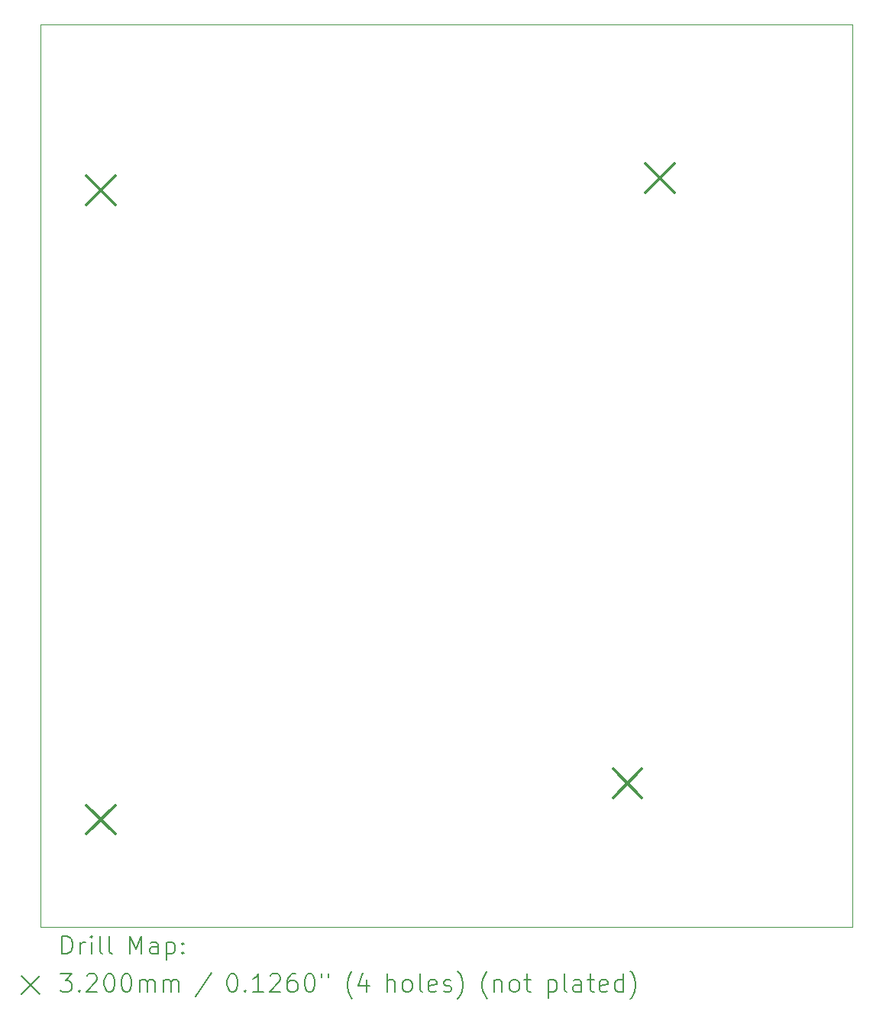
<source format=gbr>
%TF.GenerationSoftware,KiCad,Pcbnew,(7.0.0)*%
%TF.CreationDate,2023-03-16T01:18:49+05:30*%
%TF.ProjectId,final_year v1.0,66696e61-6c5f-4796-9561-722076312e30,rev?*%
%TF.SameCoordinates,Original*%
%TF.FileFunction,Drillmap*%
%TF.FilePolarity,Positive*%
%FSLAX45Y45*%
G04 Gerber Fmt 4.5, Leading zero omitted, Abs format (unit mm)*
G04 Created by KiCad (PCBNEW (7.0.0)) date 2023-03-16 01:18:49*
%MOMM*%
%LPD*%
G01*
G04 APERTURE LIST*
%ADD10C,0.100000*%
%ADD11C,0.200000*%
%ADD12C,0.320000*%
G04 APERTURE END LIST*
D10*
X1206500Y-1206500D02*
X10206500Y-1206500D01*
X10206500Y-1206500D02*
X10206500Y-11206500D01*
X10206500Y-11206500D02*
X1206500Y-11206500D01*
X1206500Y-11206500D02*
X1206500Y-1206500D01*
D11*
D12*
X1716500Y-2886500D02*
X2036500Y-3206500D01*
X2036500Y-2886500D02*
X1716500Y-3206500D01*
X1716500Y-9856500D02*
X2036500Y-10176500D01*
X2036500Y-9856500D02*
X1716500Y-10176500D01*
X7556500Y-9456500D02*
X7876500Y-9776500D01*
X7876500Y-9456500D02*
X7556500Y-9776500D01*
X7916500Y-2746500D02*
X8236500Y-3066500D01*
X8236500Y-2746500D02*
X7916500Y-3066500D01*
D11*
X1449119Y-11504976D02*
X1449119Y-11304976D01*
X1449119Y-11304976D02*
X1496738Y-11304976D01*
X1496738Y-11304976D02*
X1525309Y-11314500D01*
X1525309Y-11314500D02*
X1544357Y-11333548D01*
X1544357Y-11333548D02*
X1553881Y-11352595D01*
X1553881Y-11352595D02*
X1563405Y-11390690D01*
X1563405Y-11390690D02*
X1563405Y-11419262D01*
X1563405Y-11419262D02*
X1553881Y-11457357D01*
X1553881Y-11457357D02*
X1544357Y-11476405D01*
X1544357Y-11476405D02*
X1525309Y-11495452D01*
X1525309Y-11495452D02*
X1496738Y-11504976D01*
X1496738Y-11504976D02*
X1449119Y-11504976D01*
X1649119Y-11504976D02*
X1649119Y-11371643D01*
X1649119Y-11409738D02*
X1658643Y-11390690D01*
X1658643Y-11390690D02*
X1668167Y-11381167D01*
X1668167Y-11381167D02*
X1687214Y-11371643D01*
X1687214Y-11371643D02*
X1706262Y-11371643D01*
X1772928Y-11504976D02*
X1772928Y-11371643D01*
X1772928Y-11304976D02*
X1763405Y-11314500D01*
X1763405Y-11314500D02*
X1772928Y-11324024D01*
X1772928Y-11324024D02*
X1782452Y-11314500D01*
X1782452Y-11314500D02*
X1772928Y-11304976D01*
X1772928Y-11304976D02*
X1772928Y-11324024D01*
X1896738Y-11504976D02*
X1877690Y-11495452D01*
X1877690Y-11495452D02*
X1868167Y-11476405D01*
X1868167Y-11476405D02*
X1868167Y-11304976D01*
X2001500Y-11504976D02*
X1982452Y-11495452D01*
X1982452Y-11495452D02*
X1972928Y-11476405D01*
X1972928Y-11476405D02*
X1972928Y-11304976D01*
X2197690Y-11504976D02*
X2197690Y-11304976D01*
X2197690Y-11304976D02*
X2264357Y-11447833D01*
X2264357Y-11447833D02*
X2331024Y-11304976D01*
X2331024Y-11304976D02*
X2331024Y-11504976D01*
X2511976Y-11504976D02*
X2511976Y-11400214D01*
X2511976Y-11400214D02*
X2502452Y-11381167D01*
X2502452Y-11381167D02*
X2483405Y-11371643D01*
X2483405Y-11371643D02*
X2445309Y-11371643D01*
X2445309Y-11371643D02*
X2426262Y-11381167D01*
X2511976Y-11495452D02*
X2492929Y-11504976D01*
X2492929Y-11504976D02*
X2445309Y-11504976D01*
X2445309Y-11504976D02*
X2426262Y-11495452D01*
X2426262Y-11495452D02*
X2416738Y-11476405D01*
X2416738Y-11476405D02*
X2416738Y-11457357D01*
X2416738Y-11457357D02*
X2426262Y-11438309D01*
X2426262Y-11438309D02*
X2445309Y-11428786D01*
X2445309Y-11428786D02*
X2492929Y-11428786D01*
X2492929Y-11428786D02*
X2511976Y-11419262D01*
X2607214Y-11371643D02*
X2607214Y-11571643D01*
X2607214Y-11381167D02*
X2626262Y-11371643D01*
X2626262Y-11371643D02*
X2664357Y-11371643D01*
X2664357Y-11371643D02*
X2683405Y-11381167D01*
X2683405Y-11381167D02*
X2692929Y-11390690D01*
X2692929Y-11390690D02*
X2702452Y-11409738D01*
X2702452Y-11409738D02*
X2702452Y-11466881D01*
X2702452Y-11466881D02*
X2692929Y-11485928D01*
X2692929Y-11485928D02*
X2683405Y-11495452D01*
X2683405Y-11495452D02*
X2664357Y-11504976D01*
X2664357Y-11504976D02*
X2626262Y-11504976D01*
X2626262Y-11504976D02*
X2607214Y-11495452D01*
X2788167Y-11485928D02*
X2797690Y-11495452D01*
X2797690Y-11495452D02*
X2788167Y-11504976D01*
X2788167Y-11504976D02*
X2778643Y-11495452D01*
X2778643Y-11495452D02*
X2788167Y-11485928D01*
X2788167Y-11485928D02*
X2788167Y-11504976D01*
X2788167Y-11381167D02*
X2797690Y-11390690D01*
X2797690Y-11390690D02*
X2788167Y-11400214D01*
X2788167Y-11400214D02*
X2778643Y-11390690D01*
X2778643Y-11390690D02*
X2788167Y-11381167D01*
X2788167Y-11381167D02*
X2788167Y-11400214D01*
X1001500Y-11751500D02*
X1201500Y-11951500D01*
X1201500Y-11751500D02*
X1001500Y-11951500D01*
X1430071Y-11724976D02*
X1553881Y-11724976D01*
X1553881Y-11724976D02*
X1487214Y-11801167D01*
X1487214Y-11801167D02*
X1515786Y-11801167D01*
X1515786Y-11801167D02*
X1534833Y-11810690D01*
X1534833Y-11810690D02*
X1544357Y-11820214D01*
X1544357Y-11820214D02*
X1553881Y-11839262D01*
X1553881Y-11839262D02*
X1553881Y-11886881D01*
X1553881Y-11886881D02*
X1544357Y-11905928D01*
X1544357Y-11905928D02*
X1534833Y-11915452D01*
X1534833Y-11915452D02*
X1515786Y-11924976D01*
X1515786Y-11924976D02*
X1458643Y-11924976D01*
X1458643Y-11924976D02*
X1439595Y-11915452D01*
X1439595Y-11915452D02*
X1430071Y-11905928D01*
X1639595Y-11905928D02*
X1649119Y-11915452D01*
X1649119Y-11915452D02*
X1639595Y-11924976D01*
X1639595Y-11924976D02*
X1630071Y-11915452D01*
X1630071Y-11915452D02*
X1639595Y-11905928D01*
X1639595Y-11905928D02*
X1639595Y-11924976D01*
X1725309Y-11744024D02*
X1734833Y-11734500D01*
X1734833Y-11734500D02*
X1753881Y-11724976D01*
X1753881Y-11724976D02*
X1801500Y-11724976D01*
X1801500Y-11724976D02*
X1820548Y-11734500D01*
X1820548Y-11734500D02*
X1830071Y-11744024D01*
X1830071Y-11744024D02*
X1839595Y-11763071D01*
X1839595Y-11763071D02*
X1839595Y-11782119D01*
X1839595Y-11782119D02*
X1830071Y-11810690D01*
X1830071Y-11810690D02*
X1715786Y-11924976D01*
X1715786Y-11924976D02*
X1839595Y-11924976D01*
X1963405Y-11724976D02*
X1982452Y-11724976D01*
X1982452Y-11724976D02*
X2001500Y-11734500D01*
X2001500Y-11734500D02*
X2011024Y-11744024D01*
X2011024Y-11744024D02*
X2020548Y-11763071D01*
X2020548Y-11763071D02*
X2030071Y-11801167D01*
X2030071Y-11801167D02*
X2030071Y-11848786D01*
X2030071Y-11848786D02*
X2020548Y-11886881D01*
X2020548Y-11886881D02*
X2011024Y-11905928D01*
X2011024Y-11905928D02*
X2001500Y-11915452D01*
X2001500Y-11915452D02*
X1982452Y-11924976D01*
X1982452Y-11924976D02*
X1963405Y-11924976D01*
X1963405Y-11924976D02*
X1944357Y-11915452D01*
X1944357Y-11915452D02*
X1934833Y-11905928D01*
X1934833Y-11905928D02*
X1925309Y-11886881D01*
X1925309Y-11886881D02*
X1915786Y-11848786D01*
X1915786Y-11848786D02*
X1915786Y-11801167D01*
X1915786Y-11801167D02*
X1925309Y-11763071D01*
X1925309Y-11763071D02*
X1934833Y-11744024D01*
X1934833Y-11744024D02*
X1944357Y-11734500D01*
X1944357Y-11734500D02*
X1963405Y-11724976D01*
X2153881Y-11724976D02*
X2172929Y-11724976D01*
X2172929Y-11724976D02*
X2191976Y-11734500D01*
X2191976Y-11734500D02*
X2201500Y-11744024D01*
X2201500Y-11744024D02*
X2211024Y-11763071D01*
X2211024Y-11763071D02*
X2220548Y-11801167D01*
X2220548Y-11801167D02*
X2220548Y-11848786D01*
X2220548Y-11848786D02*
X2211024Y-11886881D01*
X2211024Y-11886881D02*
X2201500Y-11905928D01*
X2201500Y-11905928D02*
X2191976Y-11915452D01*
X2191976Y-11915452D02*
X2172929Y-11924976D01*
X2172929Y-11924976D02*
X2153881Y-11924976D01*
X2153881Y-11924976D02*
X2134833Y-11915452D01*
X2134833Y-11915452D02*
X2125310Y-11905928D01*
X2125310Y-11905928D02*
X2115786Y-11886881D01*
X2115786Y-11886881D02*
X2106262Y-11848786D01*
X2106262Y-11848786D02*
X2106262Y-11801167D01*
X2106262Y-11801167D02*
X2115786Y-11763071D01*
X2115786Y-11763071D02*
X2125310Y-11744024D01*
X2125310Y-11744024D02*
X2134833Y-11734500D01*
X2134833Y-11734500D02*
X2153881Y-11724976D01*
X2306262Y-11924976D02*
X2306262Y-11791643D01*
X2306262Y-11810690D02*
X2315786Y-11801167D01*
X2315786Y-11801167D02*
X2334833Y-11791643D01*
X2334833Y-11791643D02*
X2363405Y-11791643D01*
X2363405Y-11791643D02*
X2382452Y-11801167D01*
X2382452Y-11801167D02*
X2391976Y-11820214D01*
X2391976Y-11820214D02*
X2391976Y-11924976D01*
X2391976Y-11820214D02*
X2401500Y-11801167D01*
X2401500Y-11801167D02*
X2420548Y-11791643D01*
X2420548Y-11791643D02*
X2449119Y-11791643D01*
X2449119Y-11791643D02*
X2468167Y-11801167D01*
X2468167Y-11801167D02*
X2477691Y-11820214D01*
X2477691Y-11820214D02*
X2477691Y-11924976D01*
X2572929Y-11924976D02*
X2572929Y-11791643D01*
X2572929Y-11810690D02*
X2582452Y-11801167D01*
X2582452Y-11801167D02*
X2601500Y-11791643D01*
X2601500Y-11791643D02*
X2630072Y-11791643D01*
X2630072Y-11791643D02*
X2649119Y-11801167D01*
X2649119Y-11801167D02*
X2658643Y-11820214D01*
X2658643Y-11820214D02*
X2658643Y-11924976D01*
X2658643Y-11820214D02*
X2668167Y-11801167D01*
X2668167Y-11801167D02*
X2687214Y-11791643D01*
X2687214Y-11791643D02*
X2715786Y-11791643D01*
X2715786Y-11791643D02*
X2734833Y-11801167D01*
X2734833Y-11801167D02*
X2744357Y-11820214D01*
X2744357Y-11820214D02*
X2744357Y-11924976D01*
X3102452Y-11715452D02*
X2931024Y-11972595D01*
X3327214Y-11724976D02*
X3346262Y-11724976D01*
X3346262Y-11724976D02*
X3365310Y-11734500D01*
X3365310Y-11734500D02*
X3374833Y-11744024D01*
X3374833Y-11744024D02*
X3384357Y-11763071D01*
X3384357Y-11763071D02*
X3393881Y-11801167D01*
X3393881Y-11801167D02*
X3393881Y-11848786D01*
X3393881Y-11848786D02*
X3384357Y-11886881D01*
X3384357Y-11886881D02*
X3374833Y-11905928D01*
X3374833Y-11905928D02*
X3365310Y-11915452D01*
X3365310Y-11915452D02*
X3346262Y-11924976D01*
X3346262Y-11924976D02*
X3327214Y-11924976D01*
X3327214Y-11924976D02*
X3308167Y-11915452D01*
X3308167Y-11915452D02*
X3298643Y-11905928D01*
X3298643Y-11905928D02*
X3289119Y-11886881D01*
X3289119Y-11886881D02*
X3279595Y-11848786D01*
X3279595Y-11848786D02*
X3279595Y-11801167D01*
X3279595Y-11801167D02*
X3289119Y-11763071D01*
X3289119Y-11763071D02*
X3298643Y-11744024D01*
X3298643Y-11744024D02*
X3308167Y-11734500D01*
X3308167Y-11734500D02*
X3327214Y-11724976D01*
X3479595Y-11905928D02*
X3489119Y-11915452D01*
X3489119Y-11915452D02*
X3479595Y-11924976D01*
X3479595Y-11924976D02*
X3470071Y-11915452D01*
X3470071Y-11915452D02*
X3479595Y-11905928D01*
X3479595Y-11905928D02*
X3479595Y-11924976D01*
X3679595Y-11924976D02*
X3565310Y-11924976D01*
X3622452Y-11924976D02*
X3622452Y-11724976D01*
X3622452Y-11724976D02*
X3603405Y-11753548D01*
X3603405Y-11753548D02*
X3584357Y-11772595D01*
X3584357Y-11772595D02*
X3565310Y-11782119D01*
X3755786Y-11744024D02*
X3765310Y-11734500D01*
X3765310Y-11734500D02*
X3784357Y-11724976D01*
X3784357Y-11724976D02*
X3831976Y-11724976D01*
X3831976Y-11724976D02*
X3851024Y-11734500D01*
X3851024Y-11734500D02*
X3860548Y-11744024D01*
X3860548Y-11744024D02*
X3870071Y-11763071D01*
X3870071Y-11763071D02*
X3870071Y-11782119D01*
X3870071Y-11782119D02*
X3860548Y-11810690D01*
X3860548Y-11810690D02*
X3746262Y-11924976D01*
X3746262Y-11924976D02*
X3870071Y-11924976D01*
X4041500Y-11724976D02*
X4003405Y-11724976D01*
X4003405Y-11724976D02*
X3984357Y-11734500D01*
X3984357Y-11734500D02*
X3974833Y-11744024D01*
X3974833Y-11744024D02*
X3955786Y-11772595D01*
X3955786Y-11772595D02*
X3946262Y-11810690D01*
X3946262Y-11810690D02*
X3946262Y-11886881D01*
X3946262Y-11886881D02*
X3955786Y-11905928D01*
X3955786Y-11905928D02*
X3965310Y-11915452D01*
X3965310Y-11915452D02*
X3984357Y-11924976D01*
X3984357Y-11924976D02*
X4022452Y-11924976D01*
X4022452Y-11924976D02*
X4041500Y-11915452D01*
X4041500Y-11915452D02*
X4051024Y-11905928D01*
X4051024Y-11905928D02*
X4060548Y-11886881D01*
X4060548Y-11886881D02*
X4060548Y-11839262D01*
X4060548Y-11839262D02*
X4051024Y-11820214D01*
X4051024Y-11820214D02*
X4041500Y-11810690D01*
X4041500Y-11810690D02*
X4022452Y-11801167D01*
X4022452Y-11801167D02*
X3984357Y-11801167D01*
X3984357Y-11801167D02*
X3965310Y-11810690D01*
X3965310Y-11810690D02*
X3955786Y-11820214D01*
X3955786Y-11820214D02*
X3946262Y-11839262D01*
X4184357Y-11724976D02*
X4203405Y-11724976D01*
X4203405Y-11724976D02*
X4222453Y-11734500D01*
X4222453Y-11734500D02*
X4231976Y-11744024D01*
X4231976Y-11744024D02*
X4241500Y-11763071D01*
X4241500Y-11763071D02*
X4251024Y-11801167D01*
X4251024Y-11801167D02*
X4251024Y-11848786D01*
X4251024Y-11848786D02*
X4241500Y-11886881D01*
X4241500Y-11886881D02*
X4231976Y-11905928D01*
X4231976Y-11905928D02*
X4222453Y-11915452D01*
X4222453Y-11915452D02*
X4203405Y-11924976D01*
X4203405Y-11924976D02*
X4184357Y-11924976D01*
X4184357Y-11924976D02*
X4165310Y-11915452D01*
X4165310Y-11915452D02*
X4155786Y-11905928D01*
X4155786Y-11905928D02*
X4146262Y-11886881D01*
X4146262Y-11886881D02*
X4136738Y-11848786D01*
X4136738Y-11848786D02*
X4136738Y-11801167D01*
X4136738Y-11801167D02*
X4146262Y-11763071D01*
X4146262Y-11763071D02*
X4155786Y-11744024D01*
X4155786Y-11744024D02*
X4165310Y-11734500D01*
X4165310Y-11734500D02*
X4184357Y-11724976D01*
X4327214Y-11724976D02*
X4327214Y-11763071D01*
X4403405Y-11724976D02*
X4403405Y-11763071D01*
X4666262Y-12001167D02*
X4656738Y-11991643D01*
X4656738Y-11991643D02*
X4637691Y-11963071D01*
X4637691Y-11963071D02*
X4628167Y-11944024D01*
X4628167Y-11944024D02*
X4618643Y-11915452D01*
X4618643Y-11915452D02*
X4609119Y-11867833D01*
X4609119Y-11867833D02*
X4609119Y-11829738D01*
X4609119Y-11829738D02*
X4618643Y-11782119D01*
X4618643Y-11782119D02*
X4628167Y-11753548D01*
X4628167Y-11753548D02*
X4637691Y-11734500D01*
X4637691Y-11734500D02*
X4656738Y-11705928D01*
X4656738Y-11705928D02*
X4666262Y-11696405D01*
X4828167Y-11791643D02*
X4828167Y-11924976D01*
X4780548Y-11715452D02*
X4732929Y-11858309D01*
X4732929Y-11858309D02*
X4856738Y-11858309D01*
X5052929Y-11924976D02*
X5052929Y-11724976D01*
X5138643Y-11924976D02*
X5138643Y-11820214D01*
X5138643Y-11820214D02*
X5129119Y-11801167D01*
X5129119Y-11801167D02*
X5110072Y-11791643D01*
X5110072Y-11791643D02*
X5081500Y-11791643D01*
X5081500Y-11791643D02*
X5062453Y-11801167D01*
X5062453Y-11801167D02*
X5052929Y-11810690D01*
X5262453Y-11924976D02*
X5243405Y-11915452D01*
X5243405Y-11915452D02*
X5233881Y-11905928D01*
X5233881Y-11905928D02*
X5224357Y-11886881D01*
X5224357Y-11886881D02*
X5224357Y-11829738D01*
X5224357Y-11829738D02*
X5233881Y-11810690D01*
X5233881Y-11810690D02*
X5243405Y-11801167D01*
X5243405Y-11801167D02*
X5262453Y-11791643D01*
X5262453Y-11791643D02*
X5291024Y-11791643D01*
X5291024Y-11791643D02*
X5310072Y-11801167D01*
X5310072Y-11801167D02*
X5319595Y-11810690D01*
X5319595Y-11810690D02*
X5329119Y-11829738D01*
X5329119Y-11829738D02*
X5329119Y-11886881D01*
X5329119Y-11886881D02*
X5319595Y-11905928D01*
X5319595Y-11905928D02*
X5310072Y-11915452D01*
X5310072Y-11915452D02*
X5291024Y-11924976D01*
X5291024Y-11924976D02*
X5262453Y-11924976D01*
X5443405Y-11924976D02*
X5424357Y-11915452D01*
X5424357Y-11915452D02*
X5414834Y-11896405D01*
X5414834Y-11896405D02*
X5414834Y-11724976D01*
X5595786Y-11915452D02*
X5576738Y-11924976D01*
X5576738Y-11924976D02*
X5538643Y-11924976D01*
X5538643Y-11924976D02*
X5519595Y-11915452D01*
X5519595Y-11915452D02*
X5510072Y-11896405D01*
X5510072Y-11896405D02*
X5510072Y-11820214D01*
X5510072Y-11820214D02*
X5519595Y-11801167D01*
X5519595Y-11801167D02*
X5538643Y-11791643D01*
X5538643Y-11791643D02*
X5576738Y-11791643D01*
X5576738Y-11791643D02*
X5595786Y-11801167D01*
X5595786Y-11801167D02*
X5605310Y-11820214D01*
X5605310Y-11820214D02*
X5605310Y-11839262D01*
X5605310Y-11839262D02*
X5510072Y-11858309D01*
X5681500Y-11915452D02*
X5700548Y-11924976D01*
X5700548Y-11924976D02*
X5738643Y-11924976D01*
X5738643Y-11924976D02*
X5757691Y-11915452D01*
X5757691Y-11915452D02*
X5767214Y-11896405D01*
X5767214Y-11896405D02*
X5767214Y-11886881D01*
X5767214Y-11886881D02*
X5757691Y-11867833D01*
X5757691Y-11867833D02*
X5738643Y-11858309D01*
X5738643Y-11858309D02*
X5710072Y-11858309D01*
X5710072Y-11858309D02*
X5691024Y-11848786D01*
X5691024Y-11848786D02*
X5681500Y-11829738D01*
X5681500Y-11829738D02*
X5681500Y-11820214D01*
X5681500Y-11820214D02*
X5691024Y-11801167D01*
X5691024Y-11801167D02*
X5710072Y-11791643D01*
X5710072Y-11791643D02*
X5738643Y-11791643D01*
X5738643Y-11791643D02*
X5757691Y-11801167D01*
X5833881Y-12001167D02*
X5843405Y-11991643D01*
X5843405Y-11991643D02*
X5862453Y-11963071D01*
X5862453Y-11963071D02*
X5871976Y-11944024D01*
X5871976Y-11944024D02*
X5881500Y-11915452D01*
X5881500Y-11915452D02*
X5891024Y-11867833D01*
X5891024Y-11867833D02*
X5891024Y-11829738D01*
X5891024Y-11829738D02*
X5881500Y-11782119D01*
X5881500Y-11782119D02*
X5871976Y-11753548D01*
X5871976Y-11753548D02*
X5862453Y-11734500D01*
X5862453Y-11734500D02*
X5843405Y-11705928D01*
X5843405Y-11705928D02*
X5833881Y-11696405D01*
X6163405Y-12001167D02*
X6153881Y-11991643D01*
X6153881Y-11991643D02*
X6134833Y-11963071D01*
X6134833Y-11963071D02*
X6125310Y-11944024D01*
X6125310Y-11944024D02*
X6115786Y-11915452D01*
X6115786Y-11915452D02*
X6106262Y-11867833D01*
X6106262Y-11867833D02*
X6106262Y-11829738D01*
X6106262Y-11829738D02*
X6115786Y-11782119D01*
X6115786Y-11782119D02*
X6125310Y-11753548D01*
X6125310Y-11753548D02*
X6134833Y-11734500D01*
X6134833Y-11734500D02*
X6153881Y-11705928D01*
X6153881Y-11705928D02*
X6163405Y-11696405D01*
X6239595Y-11791643D02*
X6239595Y-11924976D01*
X6239595Y-11810690D02*
X6249119Y-11801167D01*
X6249119Y-11801167D02*
X6268167Y-11791643D01*
X6268167Y-11791643D02*
X6296738Y-11791643D01*
X6296738Y-11791643D02*
X6315786Y-11801167D01*
X6315786Y-11801167D02*
X6325310Y-11820214D01*
X6325310Y-11820214D02*
X6325310Y-11924976D01*
X6449119Y-11924976D02*
X6430072Y-11915452D01*
X6430072Y-11915452D02*
X6420548Y-11905928D01*
X6420548Y-11905928D02*
X6411024Y-11886881D01*
X6411024Y-11886881D02*
X6411024Y-11829738D01*
X6411024Y-11829738D02*
X6420548Y-11810690D01*
X6420548Y-11810690D02*
X6430072Y-11801167D01*
X6430072Y-11801167D02*
X6449119Y-11791643D01*
X6449119Y-11791643D02*
X6477691Y-11791643D01*
X6477691Y-11791643D02*
X6496738Y-11801167D01*
X6496738Y-11801167D02*
X6506262Y-11810690D01*
X6506262Y-11810690D02*
X6515786Y-11829738D01*
X6515786Y-11829738D02*
X6515786Y-11886881D01*
X6515786Y-11886881D02*
X6506262Y-11905928D01*
X6506262Y-11905928D02*
X6496738Y-11915452D01*
X6496738Y-11915452D02*
X6477691Y-11924976D01*
X6477691Y-11924976D02*
X6449119Y-11924976D01*
X6572929Y-11791643D02*
X6649119Y-11791643D01*
X6601500Y-11724976D02*
X6601500Y-11896405D01*
X6601500Y-11896405D02*
X6611024Y-11915452D01*
X6611024Y-11915452D02*
X6630072Y-11924976D01*
X6630072Y-11924976D02*
X6649119Y-11924976D01*
X6835786Y-11791643D02*
X6835786Y-11991643D01*
X6835786Y-11801167D02*
X6854833Y-11791643D01*
X6854833Y-11791643D02*
X6892929Y-11791643D01*
X6892929Y-11791643D02*
X6911976Y-11801167D01*
X6911976Y-11801167D02*
X6921500Y-11810690D01*
X6921500Y-11810690D02*
X6931024Y-11829738D01*
X6931024Y-11829738D02*
X6931024Y-11886881D01*
X6931024Y-11886881D02*
X6921500Y-11905928D01*
X6921500Y-11905928D02*
X6911976Y-11915452D01*
X6911976Y-11915452D02*
X6892929Y-11924976D01*
X6892929Y-11924976D02*
X6854833Y-11924976D01*
X6854833Y-11924976D02*
X6835786Y-11915452D01*
X7045310Y-11924976D02*
X7026262Y-11915452D01*
X7026262Y-11915452D02*
X7016738Y-11896405D01*
X7016738Y-11896405D02*
X7016738Y-11724976D01*
X7207214Y-11924976D02*
X7207214Y-11820214D01*
X7207214Y-11820214D02*
X7197691Y-11801167D01*
X7197691Y-11801167D02*
X7178643Y-11791643D01*
X7178643Y-11791643D02*
X7140548Y-11791643D01*
X7140548Y-11791643D02*
X7121500Y-11801167D01*
X7207214Y-11915452D02*
X7188167Y-11924976D01*
X7188167Y-11924976D02*
X7140548Y-11924976D01*
X7140548Y-11924976D02*
X7121500Y-11915452D01*
X7121500Y-11915452D02*
X7111976Y-11896405D01*
X7111976Y-11896405D02*
X7111976Y-11877357D01*
X7111976Y-11877357D02*
X7121500Y-11858309D01*
X7121500Y-11858309D02*
X7140548Y-11848786D01*
X7140548Y-11848786D02*
X7188167Y-11848786D01*
X7188167Y-11848786D02*
X7207214Y-11839262D01*
X7273881Y-11791643D02*
X7350072Y-11791643D01*
X7302453Y-11724976D02*
X7302453Y-11896405D01*
X7302453Y-11896405D02*
X7311976Y-11915452D01*
X7311976Y-11915452D02*
X7331024Y-11924976D01*
X7331024Y-11924976D02*
X7350072Y-11924976D01*
X7492929Y-11915452D02*
X7473881Y-11924976D01*
X7473881Y-11924976D02*
X7435786Y-11924976D01*
X7435786Y-11924976D02*
X7416738Y-11915452D01*
X7416738Y-11915452D02*
X7407214Y-11896405D01*
X7407214Y-11896405D02*
X7407214Y-11820214D01*
X7407214Y-11820214D02*
X7416738Y-11801167D01*
X7416738Y-11801167D02*
X7435786Y-11791643D01*
X7435786Y-11791643D02*
X7473881Y-11791643D01*
X7473881Y-11791643D02*
X7492929Y-11801167D01*
X7492929Y-11801167D02*
X7502453Y-11820214D01*
X7502453Y-11820214D02*
X7502453Y-11839262D01*
X7502453Y-11839262D02*
X7407214Y-11858309D01*
X7673881Y-11924976D02*
X7673881Y-11724976D01*
X7673881Y-11915452D02*
X7654834Y-11924976D01*
X7654834Y-11924976D02*
X7616738Y-11924976D01*
X7616738Y-11924976D02*
X7597691Y-11915452D01*
X7597691Y-11915452D02*
X7588167Y-11905928D01*
X7588167Y-11905928D02*
X7578643Y-11886881D01*
X7578643Y-11886881D02*
X7578643Y-11829738D01*
X7578643Y-11829738D02*
X7588167Y-11810690D01*
X7588167Y-11810690D02*
X7597691Y-11801167D01*
X7597691Y-11801167D02*
X7616738Y-11791643D01*
X7616738Y-11791643D02*
X7654834Y-11791643D01*
X7654834Y-11791643D02*
X7673881Y-11801167D01*
X7750072Y-12001167D02*
X7759595Y-11991643D01*
X7759595Y-11991643D02*
X7778643Y-11963071D01*
X7778643Y-11963071D02*
X7788167Y-11944024D01*
X7788167Y-11944024D02*
X7797691Y-11915452D01*
X7797691Y-11915452D02*
X7807214Y-11867833D01*
X7807214Y-11867833D02*
X7807214Y-11829738D01*
X7807214Y-11829738D02*
X7797691Y-11782119D01*
X7797691Y-11782119D02*
X7788167Y-11753548D01*
X7788167Y-11753548D02*
X7778643Y-11734500D01*
X7778643Y-11734500D02*
X7759595Y-11705928D01*
X7759595Y-11705928D02*
X7750072Y-11696405D01*
M02*

</source>
